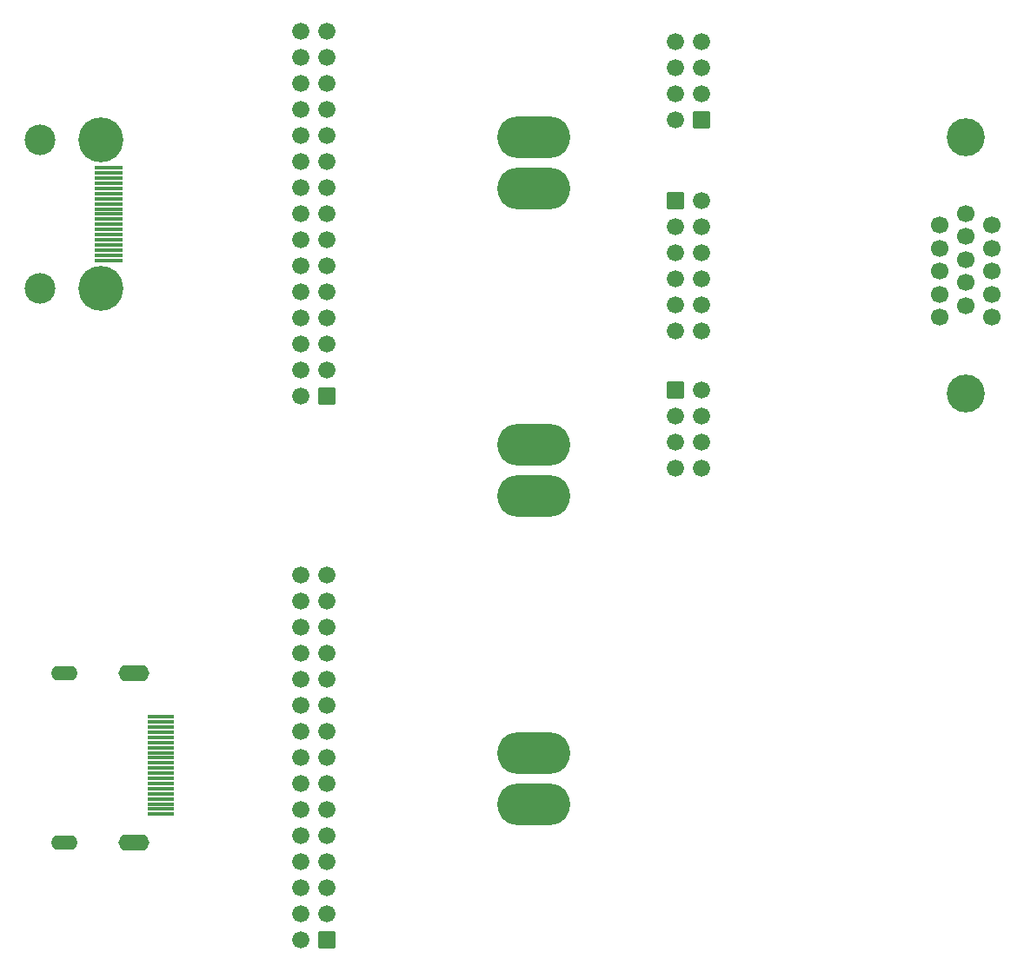
<source format=gts>
G04 Layer: TopSolderMaskLayer*
G04 EasyEDA v6.5.20, 2023-01-06 03:34:03*
G04 a67cddfb3fce44daa9051d46cbbcc19f,10*
G04 Gerber Generator version 0.2*
G04 Scale: 100 percent, Rotated: No, Reflected: No *
G04 Dimensions in millimeters *
G04 leading zeros omitted , absolute positions ,4 integer and 5 decimal *
%FSLAX45Y45*%
%MOMM*%

%AMMACRO1*1,1,$1,$2,$3*1,1,$1,$4,$5*1,1,$1,0-$2,0-$3*1,1,$1,0-$4,0-$5*20,1,$1,$2,$3,$4,$5,0*20,1,$1,$4,$5,0-$2,0-$3,0*20,1,$1,0-$2,0-$3,0-$4,0-$5,0*20,1,$1,0-$4,0-$5,$2,$3,0*4,1,4,$2,$3,$4,$5,0-$2,0-$3,0-$4,0-$5,$2,$3,0*%
%AMMACRO2*4,1,4,-1.2509,-0.1905,-1.2509,0.1905,1.2509,0.1905,1.2509,-0.1905,-1.2509,-0.1905,0*%
%AMMACRO3*4,1,4,-1.2509,-0.1918,-1.2509,0.1918,1.2509,0.1918,1.2509,-0.1918,-1.2509,-0.1918,0*%
%ADD10C,3.7008*%
%ADD11C,1.6942*%
%ADD12C,1.6764*%
%ADD13MACRO1,0.1016X0.7874X0.7874X0.7874X-0.7874*%
%ADD14MACRO1,0.1016X-0.7874X-0.7874X-0.7874X0.7874*%
%ADD15MACRO1,0.1016X-1.3X0.15X1.3X0.15*%
%ADD16C,4.3767*%
%ADD17C,2.9817*%
%ADD18MACRO2*%
%ADD19MACRO3*%
%ADD20O,3.0032959999999997X1.6032479999999998*%
%ADD21O,2.6032459999999995X1.4030960000000001*%
%ADD22O,7.101586000000001X4.101592*%

%LPD*%
D10*
G01*
X9199879Y5749899D03*
G01*
X9199879Y8249920D03*
D11*
G01*
X8945879Y6493662D03*
G01*
X8945879Y6718655D03*
G01*
X8945879Y6943648D03*
G01*
X8945879Y7168642D03*
G01*
X8945879Y7393660D03*
G01*
X9199879Y6606159D03*
G01*
X9199879Y6831152D03*
G01*
X9199879Y7056145D03*
G01*
X9199879Y7281138D03*
G01*
X9199879Y7506157D03*
G01*
X9453879Y6493662D03*
G01*
X9453879Y6718655D03*
G01*
X9453879Y6943648D03*
G01*
X9453879Y7168642D03*
G01*
X9453879Y7393660D03*
D12*
G01*
X6626986Y6364986D03*
G01*
X6372986Y6364986D03*
G01*
X6626986Y6618986D03*
G01*
X6372986Y6618986D03*
G01*
X6626986Y6872986D03*
G01*
X6372986Y6872986D03*
G01*
X6626986Y7126986D03*
G01*
X6372986Y7126986D03*
G01*
X6626986Y7380986D03*
G01*
X6372986Y7380986D03*
G01*
X6626986Y7634986D03*
D13*
G01*
X6372987Y7634985D03*
G01*
X6372987Y5780989D03*
D12*
G01*
X6626986Y5780989D03*
G01*
X6372986Y5526989D03*
G01*
X6626986Y5526989D03*
G01*
X6372986Y5272989D03*
G01*
X6626986Y5272989D03*
G01*
X6372986Y5018989D03*
G01*
X6626986Y5018989D03*
D14*
G01*
X6626987Y8418982D03*
D12*
G01*
X6372986Y8418982D03*
G01*
X6626986Y8672982D03*
G01*
X6372986Y8672982D03*
G01*
X6626986Y8926982D03*
G01*
X6372986Y8926982D03*
G01*
X6626986Y9180982D03*
G01*
X6372986Y9180982D03*
D15*
G01*
X856005Y7049998D03*
G01*
X856005Y7099985D03*
G01*
X856005Y7149998D03*
G01*
X856005Y7199985D03*
G01*
X856005Y7249998D03*
G01*
X856005Y7299985D03*
G01*
X856005Y7349972D03*
G01*
X856005Y7399985D03*
G01*
X856005Y7449972D03*
G01*
X856005Y7499984D03*
G01*
X856005Y7549997D03*
G01*
X856005Y7599984D03*
G01*
X856005Y7649997D03*
G01*
X856005Y7699984D03*
G01*
X856005Y7749971D03*
G01*
X856005Y7799984D03*
G01*
X856005Y7849971D03*
G01*
X856005Y7899984D03*
G01*
X856005Y7949971D03*
D16*
G01*
X780008Y6774992D03*
G01*
X780008Y8224977D03*
D17*
G01*
X183997Y6774992D03*
G01*
X183997Y8224977D03*
D14*
G01*
X2976994Y5721985D03*
D12*
G01*
X2723006Y5721985D03*
G01*
X2977006Y5975985D03*
G01*
X2723006Y5975985D03*
G01*
X2977006Y6229985D03*
G01*
X2723006Y6229985D03*
G01*
X2977006Y6483985D03*
G01*
X2723006Y6483985D03*
G01*
X2977006Y6737985D03*
G01*
X2723006Y6737985D03*
G01*
X2977006Y6991985D03*
G01*
X2723006Y6991985D03*
G01*
X2977006Y7245985D03*
G01*
X2723006Y7245985D03*
G01*
X2977006Y7499985D03*
G01*
X2723006Y7499985D03*
G01*
X2977006Y7753985D03*
G01*
X2723006Y7753985D03*
G01*
X2977006Y8007985D03*
G01*
X2723006Y8007985D03*
G01*
X2977006Y8261985D03*
G01*
X2723006Y8261985D03*
G01*
X2977006Y8515985D03*
G01*
X2723006Y8515985D03*
G01*
X2977006Y8769985D03*
G01*
X2723006Y8769985D03*
G01*
X2977006Y9023985D03*
G01*
X2723006Y9023985D03*
G01*
X2977006Y9277985D03*
G01*
X2723006Y9277985D03*
D18*
G01*
X1360042Y1649984D03*
G01*
X1360042Y1700021D03*
G01*
X1360042Y1750060D03*
D19*
G01*
X1360042Y1799971D03*
G01*
X1360042Y1850009D03*
D18*
G01*
X1360042Y1899920D03*
G01*
X1360042Y1949957D03*
G01*
X1360042Y1999995D03*
G01*
X1360042Y2050034D03*
G01*
X1360042Y2100071D03*
D19*
G01*
X1360042Y2149982D03*
D18*
G01*
X1360042Y2199894D03*
G01*
X1360042Y2249931D03*
G01*
X1360042Y2299970D03*
G01*
X1360042Y2350007D03*
G01*
X1360042Y2400045D03*
D19*
G01*
X1360042Y2449956D03*
G01*
X1360042Y2499994D03*
D18*
G01*
X1360042Y2549905D03*
G01*
X1360042Y2599944D03*
D20*
G01*
X1099997Y3024987D03*
G01*
X1099997Y1375003D03*
D21*
G01*
X421995Y3024987D03*
G01*
X421995Y1375003D03*
D14*
G01*
X2976994Y421995D03*
D12*
G01*
X2723006Y421995D03*
G01*
X2977006Y675995D03*
G01*
X2723006Y675995D03*
G01*
X2977006Y929995D03*
G01*
X2723006Y929995D03*
G01*
X2977006Y1183995D03*
G01*
X2723006Y1183995D03*
G01*
X2977006Y1437995D03*
G01*
X2723006Y1437995D03*
G01*
X2977006Y1691995D03*
G01*
X2723006Y1691995D03*
G01*
X2977006Y1945995D03*
G01*
X2723006Y1945995D03*
G01*
X2977006Y2199995D03*
G01*
X2723006Y2199995D03*
G01*
X2977006Y2453995D03*
G01*
X2723006Y2453995D03*
G01*
X2977006Y2707995D03*
G01*
X2723006Y2707995D03*
G01*
X2977006Y2961995D03*
G01*
X2723006Y2961995D03*
G01*
X2977006Y3215995D03*
G01*
X2723006Y3215995D03*
G01*
X2977006Y3469995D03*
G01*
X2723006Y3469995D03*
G01*
X2977006Y3723995D03*
G01*
X2723006Y3723995D03*
G01*
X2977006Y3977995D03*
G01*
X2723006Y3977995D03*
D22*
G01*
X4999990Y2249982D03*
G01*
X4999990Y4749977D03*
G01*
X4999990Y5249976D03*
G01*
X4999990Y7749971D03*
G01*
X4999990Y8249970D03*
G01*
X4999990Y1749983D03*
M02*

</source>
